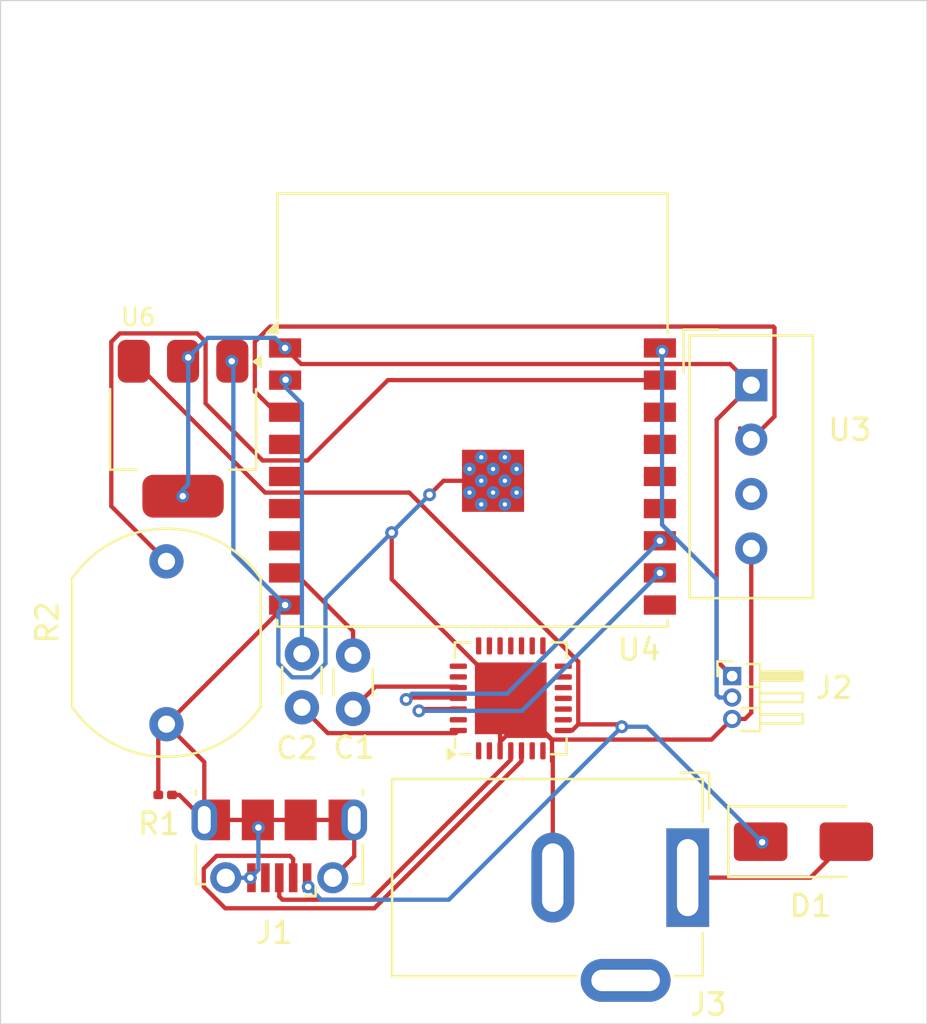
<source format=kicad_pcb>
(kicad_pcb (version 20240108) (generator "pcbnew") (generator_version "8.0")
  (layers (0 "F.Cu" signal) (31 "B.Cu" signal) (34 "B.Paste" user) (35 "F.Paste" user) (36 "B.SilkS" user "B.Silkscreen") (37 "F.SilkS" user "F.Silkscreen") (38 "B.Mask" user) (39 "F.Mask" user) (44 "Edge.Cuts" user))
  (net 0 "")
  (net 1 "Net-(U5-~{RTS})")
  (net 2 "Net-(U4-IO9)")
  (net 3 "Net-(U5-~{DTR})")
  (net 4 "Net-(U4-EN)")
  (net 5 "Net-(J2-Pin_1)")
  (net 6 "Net-(J1-GND)")
  (net 7 "Net-(J2-Pin_2)")
  (net 8 "Net-(U4-IO1)")
  (net 10 "Net-(U3-DATA)")
  (net 11 "Net-(U4-IO20{slash}RXD)")
  (net 21 "Net-(U4-IO21{slash}TXD)")
  (net 29 "Net-(D1-K)")
  (net 31 "Net-(J1-D+)")
  (net 45 "Net-(J1-D-)")
  (net 46 "Net-(D1-A)")
  (net 47 "Net-(R1-Pad1)")
  (footprint "Capacitor_THT:C_Disc_D3.0mm_W1.6mm_P2.50mm" (layer "F.Cu") (at 125.7808 86.3492 -90)
    (property "Reference" "C1" (hide yes))
    (property "Value" "0.1 uF" (hide yes))
    (fp_line (start 0.621 0.92) (end 1.879 0.92) (stroke (width 0.12)) (layer "F.SilkS"))
    (fp_line (start 0.621 -0.92) (end 1.879 -0.92) (stroke (width 0.12)) (layer "F.SilkS"))
    (fp_text user "${REFERENCE}" (at 4.3034 -0.0508 180) (layer "F.SilkS") (effects (font (thickness 0.15) (bold yes))))
    (pad "1" thru_hole circle (at 0 0 270) (size 1.6 1.6) (drill 0.8) (layers "*.Cu" "*.Mask") (net 2 "Net-(U4-IO9)"))
    (pad "2" thru_hole circle (at 2.5 0 270) (size 1.6 1.6) (drill 0.8) (layers "*.Cu" "*.Mask") (net 1 "Net-(U5-~{RTS})"))
  )
  (footprint "Connector_BarrelJack:BarrelJack_GCT_DCJ200-10-A_Horizontal" (layer "F.Cu") (at 141.4062 96.7238 -90)
    (property "Reference" "J3" (at 5.9176 -0.9608 180) (layer "F.SilkS"))
    (property "Value" "Jack-DC" (hide yes))
    (fp_line (start -4.6 13.8) (end -4.6 -0.7) (stroke (width 0.12)) (layer "F.SilkS"))
    (fp_line (start 4.6 13.8) (end -4.6 13.8) (stroke (width 0.12)) (layer "F.SilkS"))
    (fp_line (start 4.6 5.2) (end 4.6 13.8) (stroke (width 0.12)) (layer "F.SilkS"))
    (fp_line (start -4.6 -0.7) (end -2.6 -0.7) (stroke (width 0.12)) (layer "F.SilkS"))
    (fp_line (start 2.6 -0.7) (end 4.6 -0.7) (stroke (width 0.12)) (layer "F.SilkS"))
    (fp_line (start 4.6 -0.7) (end 4.6 0.6) (stroke (width 0.12)) (layer "F.SilkS"))
    (fp_line (start -4.9 -1) (end -4.9 0.3) (stroke (width 0.12)) (layer "F.SilkS"))
    (fp_line (start -3.2 -1) (end -4.9 -1) (stroke (width 0.12)) (layer "F.SilkS"))
    (pad "1" thru_hole rect (at 0 0 270) (size 4.6 2) (drill oval 3.6 1) (layers "*.Cu" "*.Mask") (net 46 "Net-(D1-A)"))
    (pad "2" thru_hole oval (at 0 6.3 270) (size 4.2 2) (drill oval 3.2 1) (layers "*.Cu" "*.Mask") (net 6 "Net-(J1-GND)"))
    (pad "3" thru_hole oval (at 4.8 2.9 270) (size 2 4.2) (drill oval 1 3.2) (layers "*.Cu" "*.Mask"))
  )
  (footprint "OptoDevice:R_LDR_10x8.5mm_P7.6mm_Vertical" (layer "F.Cu") (at 117.0686 81.9604 -90)
    (property "Reference" "R2" (hide yes))
    (property "Value" "LDR03" (hide yes))
    (fp_line (start 0.8 4.4) (end 6.8 4.4) (stroke (width 0.12)) (layer "F.SilkS"))
    (fp_line (start 0.8 -4.4) (end 6.8 -4.4) (stroke (width 0.12)) (layer "F.SilkS"))
    (fp_arc (start 0.8 4.4) (mid -1.525374 0.019809) (end 0.76735 -4.37756) (stroke (width 0.12)) (layer "F.SilkS"))
    (fp_arc (start 6.8 -4.4) (mid 9.125374 -0.019809) (end 6.83265 4.37756) (stroke (width 0.12)) (layer "F.SilkS"))
    (fp_text user "${REFERENCE}" (at 2.8502 5.5626 90) (layer "F.SilkS"))
    (pad "1" thru_hole circle (at 0 0 270) (size 1.6 1.6) (drill 0.8) (layers "*.Cu" "*.Mask") (net 8 "Net-(U4-IO1)"))
    (pad "2" thru_hole circle (at 7.6 0 270) (size 1.6 1.6) (drill 0.8) (layers "*.Cu" "*.Mask") (net 47 "Net-(R1-Pad1)"))
  )
  (footprint "Capacitor_THT:C_Disc_D3.0mm_W1.6mm_P2.50mm" (layer "F.Cu") (at 123.3932 88.773 90)
    (property "Reference" "C2" (at -1.905 -0.2286 180) (layer "F.SilkS"))
    (property "Value" "0.1 uF" (hide yes))
    (fp_line (start 0.621 -0.92) (end 1.879 -0.92) (stroke (width 0.12)) (layer "F.SilkS"))
    (fp_line (start 0.621 0.92) (end 1.879 0.92) (stroke (width 0.12)) (layer "F.SilkS"))
    (pad "1" thru_hole circle (at 0 0 90) (size 1.6 1.6) (drill 0.8) (layers "*.Cu" "*.Mask") (net 3 "Net-(U5-~{DTR})"))
    (pad "2" thru_hole circle (at 2.5 0 90) (size 1.6 1.6) (drill 0.8) (layers "*.Cu" "*.Mask") (net 4 "Net-(U4-EN)"))
  )
  (footprint "Package_DFN_QFN:QFN-28-1EP_5x5mm_P0.5mm_EP3.35x3.35mm" (layer "F.Cu") (at 133.1454 88.355 90)
    (property "Reference" "U5" (hide yes))
    (property "Value" "USB serial converter" (hide yes))
    (fp_line (start 2.61 -2.61) (end 2.61 -1.885) (stroke (width 0.12)) (layer "F.SilkS"))
    (fp_line (start 1.885 -2.61) (end 2.61 -2.61) (stroke (width 0.12)) (layer "F.SilkS"))
    (fp_line (start -1.885 -2.61) (end -2.31 -2.61) (stroke (width 0.12)) (layer "F.SilkS"))
    (fp_line (start -2.61 -1.885) (end -2.61 -2.37) (stroke (width 0.12)) (layer "F.SilkS"))
    (fp_line (start 2.61 2.61) (end 2.61 1.885) (stroke (width 0.12)) (layer "F.SilkS"))
    (fp_line (start 1.885 2.61) (end 2.61 2.61) (stroke (width 0.12)) (layer "F.SilkS"))
    (fp_line (start -1.885 2.61) (end -2.61 2.61) (stroke (width 0.12)) (layer "F.SilkS"))
    (fp_line (start -2.61 2.61) (end -2.61 1.885) (stroke (width 0.12)) (layer "F.SilkS"))
    (fp_poly (pts (xy -2.61 -2.61) (xy -2.85 -2.94) (xy -2.37 -2.94) (xy -2.61 -2.61)) (stroke (width 0.12)) (fill solid) (layer "F.SilkS"))
    (pad "1" smd roundrect (at -2.45 -1.5 90) (size 0.8 0.25) (layers "F.Cu" "F.Paste" "F.Mask"))
    (pad "2" smd roundrect (at -2.45 -1 90) (size 0.8 0.25) (layers "F.Cu" "F.Paste" "F.Mask"))
    (pad "3" smd roundrect (at -2.45 -0.5 90) (size 0.8 0.25) (layers "F.Cu" "F.Paste" "F.Mask") (net 6 "Net-(J1-GND)"))
    (pad "4" smd roundrect (at -2.45 0 90) (size 0.8 0.25) (layers "F.Cu" "F.Paste" "F.Mask") (net 31 "Net-(J1-D+)"))
    (pad "5" smd roundrect (at -2.45 0.5 90) (size 0.8 0.25) (layers "F.Cu" "F.Paste" "F.Mask") (net 45 "Net-(J1-D-)"))
    (pad "6" smd roundrect (at -2.45 1 90) (size 0.8 0.25) (layers "F.Cu" "F.Paste" "F.Mask"))
    (pad "7" smd roundrect (at -2.45 1.5 90) (size 0.8 0.25) (layers "F.Cu" "F.Paste" "F.Mask"))
    (pad "8" smd roundrect (at -1.5 2.45 90) (size 0.25 0.8) (layers "F.Cu" "F.Paste" "F.Mask") (net 29 "Net-(D1-K)"))
    (pad "9" smd roundrect (at -1 2.45 90) (size 0.25 0.8) (layers "F.Cu" "F.Paste" "F.Mask"))
    (pad "10" smd roundrect (at -0.5 2.45 90) (size 0.25 0.8) (layers "F.Cu" "F.Paste" "F.Mask"))
    (pad "11" smd roundrect (at 0 2.45 90) (size 0.25 0.8) (layers "F.Cu" "F.Paste" "F.Mask"))
    (pad "12" smd roundrect (at 0.5 2.45 90) (size 0.25 0.8) (layers "F.Cu" "F.Paste" "F.Mask"))
    (pad "13" smd roundrect (at 1 2.45 90) (size 0.25 0.8) (layers "F.Cu" "F.Paste" "F.Mask"))
    (pad "14" smd roundrect (at 1.5 2.45 90) (size 0.25 0.8) (layers "F.Cu" "F.Paste" "F.Mask"))
    (pad "15" smd roundrect (at 2.45 1.5 90) (size 0.8 0.25) (layers "F.Cu" "F.Paste" "F.Mask"))
    (pad "16" smd roundrect (at 2.45 1 90) (size 0.8 0.25) (layers "F.Cu" "F.Paste" "F.Mask"))
    (pad "17" smd roundrect (at 2.45 0.5 90) (size 0.8 0.25) (layers "F.Cu" "F.Paste" "F.Mask"))
    (pad "18" smd roundrect (at 2.45 0 90) (size 0.8 0.25) (layers "F.Cu" "F.Paste" "F.Mask"))
    (pad "19" smd roundrect (at 2.45 -0.5 90) (size 0.8 0.25) (layers "F.Cu" "F.Paste" "F.Mask"))
    (pad "20" smd roundrect (at 2.45 -1 90) (size 0.8 0.25) (layers "F.Cu" "F.Paste" "F.Mask"))
    (pad "21" smd roundrect (at 2.45 -1.5 90) (size 0.8 0.25) (layers "F.Cu" "F.Paste" "F.Mask"))
    (pad "22" smd roundrect (at 1.5 -2.45 90) (size 0.25 0.8) (layers "F.Cu" "F.Paste" "F.Mask"))
    (pad "23" smd roundrect (at 1 -2.45 90) (size 0.25 0.8) (layers "F.Cu" "F.Paste" "F.Mask"))
    (pad "24" smd roundrect (at 0.5 -2.45 90) (size 0.25 0.8) (layers "F.Cu" "F.Paste" "F.Mask") (net 1 "Net-(U5-~{RTS})"))
    (pad "25" smd roundrect (at 0 -2.45 90) (size 0.25 0.8) (layers "F.Cu" "F.Paste" "F.Mask") (net 21 "Net-(U4-IO21{slash}TXD)"))
    (pad "26" smd roundrect (at -0.5 -2.45 90) (size 0.25 0.8) (layers "F.Cu" "F.Paste" "F.Mask") (net 11 "Net-(U4-IO20{slash}RXD)"))
    (pad "27" smd roundrect (at -1 -2.45 90) (size 0.25 0.8) (layers "F.Cu" "F.Paste" "F.Mask"))
    (pad "28" smd roundrect (at -1.5 -2.45 90) (size 0.25 0.8) (layers "F.Cu" "F.Paste" "F.Mask") (net 3 "Net-(U5-~{DTR})"))
    (pad "29" smd rect (at 0 0 90) (size 3.35 3.35) (property pad_prop_heatsink) (layers "F.Cu" "F.Mask") (net 6 "Net-(J1-GND)"))
  )
  (footprint "Package_TO_SOT_SMD:SOT-223-3_TabPin2" (layer "F.Cu") (at 117.8439 75.7682 -90)
    (property "Reference" "U6" (hide yes))
    (property "Value" "3.3 regulator" (hide yes))
    (fp_line (start -1.85 3.41) (end 1.91 3.41) (stroke (width 0.12)) (layer "F.SilkS"))
    (fp_line (start 1.91 3.41) (end 1.91 2.15) (stroke (width 0.12)) (layer "F.SilkS"))
    (fp_line (start -1.85 -3.41) (end 1.91 -3.41) (stroke (width 0.12)) (layer "F.SilkS"))
    (fp_line (start 1.91 -3.41) (end 1.91 -2.15) (stroke (width 0.12)) (layer "F.SilkS"))
    (fp_poly (pts (xy -3.13 -3.31) (xy -3.37 -3.64) (xy -2.89 -3.64) (xy -3.13 -3.31)) (stroke (width 0.12)) (fill solid) (layer "F.SilkS"))
    (fp_text user "${REFERENCE}" (at -5.207 2.0961 0) (layer "F.SilkS") (effects (font (size 0.8 0.8) (thickness 0.12))))
    (pad "1" smd roundrect (at -3.15 -2.3 270) (size 2 1.5) (layers "F.Cu" "F.Paste" "F.Mask") (net 6 "Net-(J1-GND)"))
    (pad "2" smd roundrect (at -3.15 0 270) (size 2 1.5) (layers "F.Cu" "F.Paste" "F.Mask") (net 5 "Net-(J2-Pin_1)"))
    (pad "2" smd roundrect (at 3.15 0 270) (size 2 3.8) (layers "F.Cu" "F.Paste" "F.Mask") (net 5 "Net-(J2-Pin_1)"))
    (pad "3" smd roundrect (at -3.15 2.3 270) (size 2 1.5) (layers "F.Cu" "F.Paste" "F.Mask") (net 29 "Net-(D1-K)"))
  )
  (footprint "Resistor_SMD:R_0201_0603Metric" (layer "F.Cu") (at 117.0072 92.8624)
    (property "Reference" "R1" (at -0.2942 1.3462 0) (layer "F.SilkS"))
    (property "Value" "10K" (hide yes))
    (pad "1" smd roundrect (at -0.32 0) (size 0.46 0.4) (layers "F.Cu" "F.Mask") (net 47 "Net-(R1-Pad1)"))
    (pad "2" smd roundrect (at 0.32 0) (size 0.46 0.4) (layers "F.Cu" "F.Mask") (net 6 "Net-(J1-GND)"))
  )
  (footprint "Sensor:Aosong_DHT11_5.5x12.0_P2.54mm" (layer "F.Cu") (at 144.3736 73.7362)
    (property "Reference" "U3" (at 4.5974 2.0828 0) (layer "F.SilkS"))
    (property "Value" "Humidity and temperature sensor" (hide yes))
    (fp_line (start -3.16 -2.6) (end -3.16 -0.6) (stroke (width 0.12)) (layer "F.SilkS"))
    (fp_line (start -3.16 -2.6) (end -1.55 -2.6) (stroke (width 0.12)) (layer "F.SilkS"))
    (fp_line (start -2.88 9.94) (end -2.88 -2.31) (stroke (width 0.12)) (layer "F.SilkS"))
    (fp_line (start -2.87 -2.32) (end 2.87 -2.32) (stroke (width 0.12)) (layer "F.SilkS"))
    (fp_line (start 2.88 -2.32) (end 2.88 9.94) (stroke (width 0.12)) (layer "F.SilkS"))
    (fp_line (start 2.88 9.94) (end -2.88 9.94) (stroke (width 0.12)) (layer "F.SilkS"))
    (pad "1" thru_hole rect (at 0 0) (size 1.5 1.5) (drill 0.8) (layers "*.Cu" "*.Mask") (net 5 "Net-(J2-Pin_1)"))
    (pad "2" thru_hole circle (at 0 2.54) (size 1.5 1.5) (drill 0.8) (layers "*.Cu" "*.Mask") (net 10 "Net-(U3-DATA)"))
    (pad "3" thru_hole circle (at 0 5.08) (size 1.5 1.5) (drill 0.8) (layers "*.Cu" "*.Mask"))
    (pad "4" thru_hole circle (at 0 7.62) (size 1.5 1.5) (drill 0.8) (layers "*.Cu" "*.Mask") (net 6 "Net-(J1-GND)"))
  )
  (footprint "Connector_PinHeader_1.00mm:PinHeader_1x03_P1.00mm_Horizontal" (layer "F.Cu") (at 143.4812 87.3158)
    (property "Reference" "J2" (at 4.7532 0.5428 0) (layer "F.SilkS"))
    (property "Value" "soil probe")
    (fp_line (start -0.685 -0.685) (end 0 -0.685) (stroke (width 0.12)) (layer "F.SilkS"))
    (fp_line (start -0.685 0) (end -0.685 -0.685) (stroke (width 0.12)) (layer "F.SilkS"))
    (fp_line (start 0.468215 1.5) (end 1.31 1.5) (stroke (width 0.12)) (layer "F.SilkS"))
    (fp_line (start 0.685 -0.56) (end 1.31 -0.56) (stroke (width 0.12)) (layer "F.SilkS"))
    (fp_line (start 0.685 0.5) (end 1.31 0.5) (stroke (width 0.12)) (layer "F.SilkS"))
    (fp_line (start 1.31 -0.56) (end 1.31 2.56) (stroke (width 0.12)) (layer "F.SilkS"))
    (fp_line (start 1.31 -0.21) (end 3.31 -0.21) (stroke (width 0.12)) (layer "F.SilkS"))
    (fp_line (start 1.31 -0.15) (end 3.31 -0.15) (stroke (width 0.12)) (layer "F.SilkS"))
    (fp_line (start 1.31 -0.03) (end 3.31 -0.03) (stroke (width 0.12)) (layer "F.SilkS"))
    (fp_line (start 1.31 0.09) (end 3.31 0.09) (stroke (width 0.12)) (layer "F.SilkS"))
    (fp_line (start 1.31 0.79) (end 3.31 0.79) (stroke (width 0.12)) (layer "F.SilkS"))
    (fp_line (start 1.31 1.79) (end 3.31 1.79) (stroke (width 0.12)) (layer "F.SilkS"))
    (fp_line (start 1.31 2.56) (end 0.394493 2.56) (stroke (width 0.12)) (layer "F.SilkS"))
    (fp_line (start 3.31 -0.21) (end 3.31 0.21) (stroke (width 0.12)) (layer "F.SilkS"))
    (fp_line (start 3.31 0.21) (end 1.31 0.21) (stroke (width 0.12)) (layer "F.SilkS"))
    (fp_line (start 3.31 0.79) (end 3.31 1.21) (stroke (width 0.12)) (layer "F.SilkS"))
    (fp_line (start 3.31 1.21) (end 1.31 1.21) (stroke (width 0.12)) (layer "F.SilkS"))
    (fp_line (start 3.31 1.79) (end 3.31 2.21) (stroke (width 0.12)) (layer "F.SilkS"))
    (fp_line (start 3.31 2.21) (end 1.31 2.21) (stroke (width 0.12)) (layer "F.SilkS"))
    (pad "1" thru_hole rect (at 0 0) (size 0.85 0.85) (drill 0.5) (layers "*.Cu" "*.Mask") (net 5 "Net-(J2-Pin_1)"))
    (pad "2" thru_hole oval (at 0 1) (size 0.85 0.85) (drill 0.5) (layers "*.Cu" "*.Mask") (net 7 "Net-(J2-Pin_2)"))
    (pad "3" thru_hole oval (at 0 2) (size 0.85 0.85) (drill 0.5) (layers "*.Cu" "*.Mask") (net 6 "Net-(J1-GND)"))
  )
  (footprint "Diode_SMD:D_SMA" (layer "F.Cu") (at 146.812 95.0468)
    (property "Reference" "D1" (at 0.3302 2.9972 0) (layer "F.SilkS"))
    (property "Value" "D_Schottky" (hide yes))
    (fp_line (start -3.51 -1.65) (end -3.51 1.65) (stroke (width 0.12)) (layer "F.SilkS"))
    (fp_line (start -3.51 -1.65) (end 2 -1.65) (stroke (width 0.12)) (layer "F.SilkS"))
    (fp_line (start -3.51 1.65) (end 2 1.65) (stroke (width 0.12)) (layer "F.SilkS"))
    (pad "1" smd roundrect (at -2 0) (size 2.5 1.8) (layers "F.Cu" "F.Paste" "F.Mask") (roundrect_rratio 0.1388888889) (net 29 "Net-(D1-K)"))
    (pad "2" smd roundrect (at 2 0) (size 2.5 1.8) (layers "F.Cu" "F.Paste" "F.Mask") (roundrect_rratio 0.1388888889) (net 46 "Net-(D1-A)"))
  )
  (footprint "RF_Module:ESP32-C3-WROOM-02" (layer "F.Cu") (at 131.3576 77.9986)
    (property "Reference" "U4" (at 7.7836 8.082 180) (layer "F.SilkS"))
    (property "Value" "ESP32-C3-WROOM-02" (hide yes))
    (fp_line (start -9.11 -13.21) (end -9.11 -7.4) (stroke (width 0.12)) (layer "F.SilkS"))
    (fp_line (start -9.11 -13.21) (end 9.11 -13.21) (stroke (width 0.12)) (layer "F.SilkS"))
    (fp_line (start -9.11 6.71) (end -9.11 7.01) (stroke (width 0.12)) (layer "F.SilkS"))
    (fp_line (start -9.11 7.01) (end 9.11 7.01) (stroke (width 0.12)) (layer "F.SilkS"))
    (fp_line (start 9.11 -13.21) (end 9.11 -6.71) (stroke (width 0.12)) (layer "F.SilkS"))
    (fp_line (start 9.11 6.71) (end 9.11 7.01) (stroke (width 0.12)) (layer "F.SilkS"))
    (fp_poly (pts (xy -9.1 -6.7) (xy -9.6 -6.7) (xy -9.1 -7.2) (xy -9.1 -6.7)) (stroke (width 0.12)) (fill solid) (layer "F.SilkS"))
    (pad "1" smd rect (at -8.75 -6) (size 1.5 0.9) (layers "F.Cu" "F.Paste" "F.Mask") (net 5 "Net-(J2-Pin_1)"))
    (pad "2" smd rect (at -8.75 -4.5) (size 1.5 0.9) (layers "F.Cu" "F.Paste" "F.Mask") (net 4 "Net-(U4-EN)"))
    (pad "3" smd rect (at -8.75 -3) (size 1.5 0.9) (layers "F.Cu" "F.Paste" "F.Mask") (net 10 "Net-(U3-DATA)"))
    (pad "4" smd rect (at -8.75 -1.5) (size 1.5 0.9) (layers "F.Cu" "F.Paste" "F.Mask"))
    (pad "5" smd rect (at -8.75 0) (size 1.5 0.9) (layers "F.Cu" "F.Paste" "F.Mask"))
    (pad "6" smd rect (at -8.75 1.5) (size 1.5 0.9) (layers "F.Cu" "F.Paste" "F.Mask"))
    (pad "7" smd rect (at -8.75 3) (size 1.5 0.9) (layers "F.Cu" "F.Paste" "F.Mask"))
    (pad "8" smd rect (at -8.75 4.5) (size 1.5 0.9) (layers "F.Cu" "F.Paste" "F.Mask") (net 2 "Net-(U4-IO9)"))
    (pad "9" smd rect (at -8.75 6) (size 1.5 0.9) (layers "F.Cu" "F.Paste" "F.Mask") (net 6 "Net-(J1-GND)"))
    (pad "10" smd rect (at 8.75 6) (size 1.5 0.9) (layers "F.Cu" "F.Paste" "F.Mask"))
    (pad "11" smd rect (at 8.75 4.5) (size 1.5 0.9) (layers "F.Cu" "F.Paste" "F.Mask") (net 11 "Net-(U4-IO20{slash}RXD)"))
    (pad "12" smd rect (at 8.75 3) (size 1.5 0.9) (layers "F.Cu" "F.Paste" "F.Mask") (net 21 "Net-(U4-IO21{slash}TXD)"))
    (pad "13" smd rect (at 8.75 1.5) (size 1.5 0.9) (layers "F.Cu" "F.Paste" "F.Mask"))
    (pad "14" smd rect (at 8.75 0) (size 1.5 0.9) (layers "F.Cu" "F.Paste" "F.Mask"))
    (pad "15" smd rect (at 8.75 -1.5) (size 1.5 0.9) (layers "F.Cu" "F.Paste" "F.Mask"))
    (pad "16" smd rect (at 8.75 -3) (size 1.5 0.9) (layers "F.Cu" "F.Paste" "F.Mask"))
    (pad "17" smd rect (at 8.75 -4.5) (size 1.5 0.9) (layers "F.Cu" "F.Paste" "F.Mask") (net 8 "Net-(U4-IO1)"))
    (pad "18" smd rect (at 8.75 -6) (size 1.5 0.9) (layers "F.Cu" "F.Paste" "F.Mask") (net 7 "Net-(J2-Pin_2)"))
    (pad "19" thru_hole circle (at -0.14 -0.35) (size 0.6 0.6) (drill 0.2) (property pad_prop_heatsink) (layers "*.Cu" "F.Mask") (net 6 "Net-(J1-GND)"))
    (pad "19" thru_hole circle (at -0.14 0.75) (size 0.6 0.6) (drill 0.2) (property pad_prop_heatsink) (layers "*.Cu" "F.Mask") (net 6 "Net-(J1-GND)"))
    (pad "19" thru_hole circle (at 0.41 -0.9) (size 0.6 0.6) (drill 0.2) (property pad_prop_heatsink) (layers "*.Cu" "F.Mask") (net 6 "Net-(J1-GND)"))
    (pad "19" thru_hole circle (at 0.41 0.2) (size 0.6 0.6) (drill 0.2) (property pad_prop_heatsink) (layers "*.Cu" "F.Mask") (net 6 "Net-(J1-GND)"))
    (pad "19" thru_hole circle (at 0.41 1.3) (size 0.6 0.6) (drill 0.2) (property pad_prop_heatsink) (layers "*.Cu" "F.Mask") (net 6 "Net-(J1-GND)"))
    (pad "19" thru_hole circle (at 0.96 -0.35) (size 0.6 0.6) (drill 0.2) (property pad_prop_heatsink) (layers "*.Cu" "F.Mask") (net 6 "Net-(J1-GND)"))
    (pad "19" smd rect (at 0.96 0.2) (size 2.9 2.9) (layers "F.Cu" "F.Mask") (net 6 "Net-(J1-GND)"))
    (pad "19" thru_hole circle (at 0.96 0.75) (size 0.6 0.6) (drill 0.2) (property pad_prop_heatsink) (layers "*.Cu" "F.Mask") (net 6 "Net-(J1-GND)"))
    (pad "19" thru_hole circle (at 1.51 -0.9) (size 0.6 0.6) (drill 0.2) (property pad_prop_heatsink) (layers "*.Cu" "F.Mask") (net 6 "Net-(J1-GND)"))
    (pad "19" thru_hole circle (at 1.51 0.2) (size 0.6 0.6) (drill 0.2) (property pad_prop_heatsink) (layers "*.Cu" "F.Mask") (net 6 "Net-(J1-GND)"))
    (pad "19" thru_hole circle (at 1.51 1.3) (size 0.6 0.6) (drill 0.2) (property pad_prop_heatsink) (layers "*.Cu" "F.Mask") (net 6 "Net-(J1-GND)"))
    (pad "19" thru_hole circle (at 2.06 -0.35) (size 0.6 0.6) (drill 0.2) (property pad_prop_heatsink) (layers "*.Cu" "F.Mask") (net 6 "Net-(J1-GND)"))
    (pad "19" thru_hole circle (at 2.06 0.75) (size 0.6 0.6) (drill 0.2) (property pad_prop_heatsink) (layers "*.Cu" "F.Mask") (net 6 "Net-(J1-GND)"))
  )
  (footprint "Connector_USB:USB_Micro-B_Molex-105017-0001" (layer "F.Cu") (at 122.3358 95.2683 180)
    (property "Reference" "J1" (at 0.238 -4.0203 0) (layer "F.SilkS"))
    (property "Value" "USB_B_Micro" (hide yes))
    (fp_line (start 3.9 2.6375) (end 3.9 2.3875) (stroke (width 0.12)) (layer "F.SilkS"))
    (fp_line (start 3.9 0.0875) (end 3.9 -1.7625) (stroke (width 0.12)) (layer "F.SilkS"))
    (fp_line (start 3.9 -1.7625) (end 3.45 -1.7625) (stroke (width 0.12)) (layer "F.SilkS"))
    (fp_line (start -1.7 -2.3125) (end -1.25 -2.3125) (stroke (width 0.12)) (layer "F.SilkS"))
    (fp_line (start -1.7 -2.3125) (end -1.7 -1.8625) (stroke (width 0.12)) (layer "F.SilkS"))
    (fp_line (start -3.9 2.6375) (end -3.9 2.3875) (stroke (width 0.12)) (layer "F.SilkS"))
    (fp_line (start -3.9 0.0875) (end -3.9 -1.7625) (stroke (width 0.12)) (layer "F.SilkS"))
    (fp_line (start -3.9 -1.7625) (end -3.45 -1.7625) (stroke (width 0.12)) (layer "F.SilkS"))
    (pad "1" smd rect (at -1.3 -1.4625 180) (size 0.4 1.35) (layers "F.Cu" "F.Paste" "F.Mask") (net 29 "Net-(D1-K)"))
    (pad "2" smd rect (at -0.65 -1.4625 180) (size 0.4 1.35) (layers "F.Cu" "F.Paste" "F.Mask") (net 45 "Net-(J1-D-)"))
    (pad "3" smd rect (at 0 -1.4625 180) (size 0.4 1.35) (layers "F.Cu" "F.Paste" "F.Mask") (net 31 "Net-(J1-D+)"))
    (pad "4" smd rect (at 0.65 -1.4625 180) (size 0.4 1.35) (layers "F.Cu" "F.Paste" "F.Mask"))
    (pad "5" smd rect (at 1.3 -1.4625 180) (size 0.4 1.35) (layers "F.Cu" "F.Paste" "F.Mask") (net 6 "Net-(J1-GND)"))
    (pad "6" thru_hole oval (at -3.5 1.2375) (size 1.2 1.9) (drill oval 0.6 1.3) (layers "*.Cu" "*.Mask") (net 6 "Net-(J1-GND)"))
    (pad "6" smd rect (at -2.9 1.2375 180) (size 1.2 1.9) (layers "F.Cu" "F.Mask") (net 6 "Net-(J1-GND)"))
    (pad "6" thru_hole circle (at -2.5 -1.4625 180) (size 1.45 1.45) (drill 0.85) (layers "*.Cu" "*.Mask") (net 6 "Net-(J1-GND)"))
    (pad "6" smd rect (at -1 1.2375 180) (size 1.5 1.9) (layers "F.Cu" "F.Paste" "F.Mask") (net 6 "Net-(J1-GND)"))
    (pad "6" smd rect (at 1 1.2375 180) (size 1.5 1.9) (layers "F.Cu" "F.Paste" "F.Mask") (net 6 "Net-(J1-GND)"))
    (pad "6" thru_hole circle (at 2.5 -1.4625 180) (size 1.45 1.45) (drill 0.85) (layers "*.Cu" "*.Mask") (net 6 "Net-(J1-GND)"))
    (pad "6" smd rect (at 2.9 1.2375 180) (size 1.2 1.9) (layers "F.Cu" "F.Mask") (net 6 "Net-(J1-GND)"))
    (pad "6" thru_hole oval (at 3.5 1.2375 180) (size 1.2 1.9) (drill oval 0.6 1.3) (layers "*.Cu" "*.Mask") (net 6 "Net-(J1-GND)"))
  )
  (gr_rect (start 109.3216 55.7784) (end 152.5778 103.5558) (stroke (width 0.05)) (fill none) (layer "Edge.Cuts"))
  (segment (start 130.6482 87.8078) (end 126.8222 87.8078) (width 0.2) (layer "F.Cu") (net 1))
  (segment (start 130.6954 87.855) (end 130.6482 87.8078) (width 0.2) (layer "F.Cu") (net 1))
  (segment (start 126.8222 87.8078) (end 125.7808 88.8492) (width 0.2) (layer "F.Cu") (net 1))
  (segment (start 123.06157 82.4986) (end 122.6076 82.4986) (width 0.2) (layer "F.Cu") (net 2))
  (segment (start 125.7808 85.21783) (end 123.06157 82.4986) (width 0.2) (layer "F.Cu") (net 2))
  (segment (start 125.7808 86.3492) (end 125.7808 85.21783) (width 0.2) (layer "F.Cu") (net 2))
  (segment (start 130.5704 89.98) (end 124.6002 89.98) (width 0.2) (layer "F.Cu") (net 3))
  (segment (start 124.6002 89.98) (end 123.3932 88.773) (width 0.2) (layer "F.Cu") (net 3))
  (segment (start 130.6954 89.855) (end 130.5704 89.98) (width 0.2) (layer "F.Cu") (net 3))
  (segment (start 122.6148 73.4986) (end 122.6312 73.4822) (width 0.2) (layer "F.Cu") (net 4))
  (segment (start 122.6076 73.4986) (end 122.6148 73.4986) (width 0.2) (layer "F.Cu") (net 4))
  (via (at 122.6312 73.4822) (size 0.6) (drill 0.3) (layers "F.Cu" "B.Cu") (net 4))
  (segment (start 122.6312 73.4822) (end 122.6312 73.8378) (width 0.2) (layer "B.Cu") (net 4))
  (segment (start 123.3932 74.5998) (end 123.3932 86.273) (width 0.2) (layer "B.Cu") (net 4))
  (segment (start 122.6312 73.8378) (end 123.3932 74.5998) (width 0.2) (layer "B.Cu") (net 4))
  (segment (start 122.407 71.798) (end 122.6076 71.9986) (width 0.2) (layer "F.Cu") (net 5))
  (segment (start 142.7562 86.5908) (end 143.4812 87.3158) (width 0.2) (layer "F.Cu") (net 5))
  (segment (start 117.9072 72.6182) (end 118.0846 72.4408) (width 0.2) (layer "F.Cu") (net 5))
  (segment (start 122.159 71.9986) (end 122.6076 71.9986) (width 0.2) (layer "F.Cu") (net 5))
  (segment (start 117.8439 78.9182) (end 117.831 78.9182) (width 0.2) (layer "F.Cu") (net 5))
  (segment (start 117.8439 72.6182) (end 117.9072 72.6182) (width 0.2) (layer "F.Cu") (net 5))
  (segment (start 123.3576 72.7486) (end 143.386 72.7486) (width 0.2) (layer "F.Cu") (net 5))
  (segment (start 117.831 78.9182) (end 117.8306 78.9178) (width 0.2) (layer "F.Cu") (net 5))
  (segment (start 142.7562 75.3536) (end 142.7562 86.5908) (width 0.2) (layer "F.Cu") (net 5))
  (segment (start 122.6076 71.9986) (end 123.3576 72.7486) (width 0.2) (layer "F.Cu") (net 5))
  (segment (start 144.3736 73.7362) (end 142.7562 75.3536) (width 0.2) (layer "F.Cu") (net 5))
  (segment (start 143.386 72.7486) (end 144.3736 73.7362) (width 0.2) (layer "F.Cu") (net 5))
  (via (at 118.0846 72.4408) (size 0.6) (drill 0.3) (layers "F.Cu" "B.Cu") (net 5))
  (via (at 117.8306 78.9178) (size 0.6) (drill 0.3) (layers "F.Cu" "B.Cu") (net 5))
  (via (at 122.6076 71.9986) (size 0.6) (drill 0.3) (layers "F.Cu" "B.Cu") (net 5))
  (segment (start 118.0846 78.359) (end 118.0846 72.4408) (width 0.2) (layer "B.Cu") (net 5))
  (segment (start 118.999 71.5264) (end 122.1354 71.5264) (width 0.2) (layer "B.Cu") (net 5))
  (segment (start 118.0846 72.4408) (end 118.999 71.5264) (width 0.2) (layer "B.Cu") (net 5))
  (segment (start 122.1354 71.5264) (end 122.6076 71.9986) (width 0.2) (layer "B.Cu") (net 5))
  (segment (start 117.8306 78.9178) (end 117.8306 78.613) (width 0.2) (layer "B.Cu") (net 5))
  (segment (start 117.8306 78.613) (end 118.0846 78.359) (width 0.2) (layer "B.Cu") (net 5))
  (segment (start 132.931014 90.105) (end 132.6454 90.390614) (width 0.2) (layer "F.Cu") (net 6))
  (segment (start 132.3176 78.7486) (end 132.3176 78.1986) (width 0.2) (layer "F.Cu") (net 6))
  (segment (start 135.0704 90.28) (end 142.517 90.28) (width 0.2) (layer "F.Cu") (net 6))
  (segment (start 121.0056 94.0308) (end 119.4358 94.0308) (width 0.2) (layer "F.Cu") (net 6))
  (segment (start 134.859786 90.105) (end 132.931014 90.105) (width 0.2) (layer "F.Cu") (net 6))
  (segment (start 125.8358 94.0308) (end 121.3358 94.0308) (width 0.2) (layer "F.Cu") (net 6))
  (segment (start 132.6454 90.390614) (end 132.6454 90.805) (width 0.2) (layer "F.Cu") (net 6))
  (segment (start 135.0704 90.28) (end 127.5842 82.7938) (width 0.2) (layer "F.Cu") (net 6))
  (segment (start 135.0704 90.9066) (end 135.0704 90.315614) (width 0.2) (layer "F.Cu") (net 6))
  (segment (start 117.3272 92.8624) (end 117.6674 92.8624) (width 0.2) (layer "F.Cu") (net 6))
  (segment (start 122.4288 83.9986) (end 122.6076 83.9986) (width 0.2) (layer "F.Cu") (net 6))
  (segment (start 144.3736 81.3562) (end 143.9812 81.7486) (width 0.2) (layer "F.Cu") (net 6))
  (segment (start 122.6076 83.9986) (end 122.3076 83.9986) (width 0.2) (layer "F.Cu") (net 6))
  (segment (start 127.5842 82.7938) (end 127.5842 80.6196) (width 0.2) (layer "F.Cu") (net 6))
  (segment (start 144.3736 89.02444) (end 144.08224 89.3158) (width 0.2) (layer "F.Cu") (net 6))
  (segment (start 120.117 72.6182) (end 120.1166 72.6186) (width 0.2) (layer "F.Cu") (net 6))
  (segment (start 122.6076 84.0214) (end 122.6076 83.9986) (width 0.2) (layer "F.Cu") (net 6))
  (segment (start 120.1439 72.6182) (end 120.117 72.6182) (width 0.2) (layer "F.Cu") (net 6))
  (segment (start 118.8358 91.3276) (end 117.0686 89.5604) (width 0.2) (layer "F.Cu") (net 6))
  (segment (start 133.284 89.8296) (end 132.8268 89.8296) (width 0.2) (layer "F.Cu") (net 6))
  (segment (start 130.0052 78.1986) (end 129.353558 78.850242) (width 0.2) (layer "F.Cu") (net 6))
  (segment (start 121.3358 94.361) (end 121.3612 94.3864) (width 0.2) (layer "F.Cu") (net 6))
  (segment (start 133.1454 88.355) (end 133.1454 88.319386) (width 0.2) (layer "F.Cu") (net 6))
  (segment (start 133.1454 88.355) (end 135.0704 90.28) (width 0.2) (layer "F.Cu") (net 6))
  (segment (start 132.6454 88.855) (end 133.1454 88.355) (width 0.2) (layer "F.Cu") (net 6))
  (segment (start 117.0686 89.5604) (end 122.6076 84.0214) (width 0.2) (layer "F.Cu") (net 6))
  (segment (start 121.3612 94.3864) (end 121.0056 94.0308) (width 0.2) (layer "F.Cu") (net 6))
  (segment (start 132.3176 78.1986) (end 130.0052 78.1986) (width 0.2) (layer "F.Cu") (net 6))
  (segment (start 135.0704 90.315614) (end 134.859786 90.105) (width 0.2) (layer "F.Cu") (net 6))
  (segment (start 135.1062 90.9424) (end 135.0704 90.9066) (width 0.2) (layer "F.Cu") (net 6))
  (segment (start 132.6454 90.805) (end 132.6454 88.855) (width 0.2) (layer "F.Cu") (net 6))
  (segment (start 118.8358 94.0308) (end 118.8358 91.3276) (width 0.2) (layer "F.Cu") (net 6))
  (segment (start 144.3736 81.3562) (end 144.3736 89.02444) (width 0.2) (layer "F.Cu") (net 6))
  (segment (start 135.0704 91.294386) (end 135.0704 90.9066) (width 0.2) (layer "F.Cu") (net 6))
  (segment (start 125.8358 95.7308) (end 124.8358 96.7308) (width 0.2) (layer "F.Cu") (net 6))
  (segment (start 142.517 90.28) (end 143.4812 89.3158) (width 0.2) (layer "F.Cu") (net 6))
  (segment (start 121.3358 94.0308) (end 121.3358 94.361) (width 0.2) (layer "F.Cu") (net 6))
  (segment (start 144.08224 89.3158) (end 143.4812 89.3158) (width 0.2) (layer "F.Cu") (net 6))
  (segment (start 135.1062 96.7238) (end 135.1062 90.9424) (width 0.2) (layer "F.Cu") (net 6))
  (segment (start 125.8358 94.0308) (end 125.8358 95.7308) (width 0.2) (layer "F.Cu") (net 6))
  (segment (start 133.5268 89.5868) (end 133.284 89.8296) (width 0.2) (layer "F.Cu") (net 6))
  (segment (start 117.6674 92.8624) (end 118.8358 94.0308) (width 0.2) (layer "F.Cu") (net 6))
  (via (at 127.5842 80.6196) (size 0.6) (drill 0.3) (layers "F.Cu" "B.Cu") (net 6))
  (via (at 120.985798 96.7308) (size 0.6) (drill 0.3) (layers "F.Cu" "B.Cu") (net 6))
  (via (at 121.3612 94.3864) (size 0.6) (drill 0.3) (layers "F.Cu" "B.Cu") (net 6))
  (via (at 120.1166 72.6186) (size 0.6) (drill 0.3) (layers "F.Cu" "B.Cu") (net 6))
  (via (at 122.6076 83.9986) (size 0.6) (drill 0.3) (layers "F.Cu" "B.Cu") (net 6))
  (via (at 129.353558 78.850242) (size 0.6) (drill 0.3) (layers "F.Cu" "B.Cu") (net 6))
  (segment (start 120.1166 72.6186) (end 120.1928 72.6948) (width 0.2) (layer "B.Cu") (net 6))
  (segment (start 123.848835 87.373) (end 122.937565 87.373) (width 0.2) (layer "B.Cu") (net 6))
  (segment (start 120.1928 72.6948) (end 120.1928 81.5838) (width 0.2) (layer "B.Cu") (net 6))
  (segment (start 120.1928 81.5838) (end 122.6076 83.9986) (width 0.2) (layer "B.Cu") (net 6))
  (segment (start 119.8358 96.7308) (end 120.985798 96.7308) (width 0.2) (layer "B.Cu") (net 6))
  (segment (start 124.4932 83.7106) (end 124.4932 86.728635) (width 0.2) (layer "B.Cu") (net 6))
  (segment (start 121.3612 94.3864) (end 121.3612 96.355398) (width 0.2) (layer "B.Cu") (net 6))
  (segment (start 129.353558 78.850242) (end 127.5842 80.6196) (width 0.2) (layer "B.Cu") (net 6))
  (segment (start 122.937565 87.373) (end 122.2932 86.728635) (width 0.2) (layer "B.Cu") (net 6))
  (segment (start 124.4932 86.728635) (end 123.848835 87.373) (width 0.2) (layer "B.Cu") (net 6))
  (segment (start 127.5842 80.6196) (end 124.4932 83.7106) (width 0.2) (layer "B.Cu") (net 6))
  (segment (start 122.2932 84.313) (end 122.6076 83.9986) (width 0.2) (layer "B.Cu") (net 6))
  (segment (start 121.3612 96.355398) (end 120.985798 96.7308) (width 0.2) (layer "B.Cu") (net 6))
  (segment (start 122.2932 86.728635) (end 122.2932 84.313) (width 0.2) (layer "B.Cu") (net 6))
  (segment (start 140.1076 72.0482) (end 140.208 72.1486) (width 0.2) (layer "F.Cu") (net 7))
  (segment (start 140.1076 71.9986) (end 140.1076 72.0482) (width 0.2) (layer "F.Cu") (net 7))
  (via (at 140.208 72.1486) (size 0.6) (drill 0.3) (layers "F.Cu" "B.Cu") (net 7))
  (segment (start 142.7562 88.19184) (end 142.88016 88.3158) (width 0.2) (layer "B.Cu") (net 7))
  (segment (start 140.208 72.1486) (end 140.208 80.250471) (width 0.2) (layer "B.Cu") (net 7))
  (segment (start 142.88016 88.3158) (end 143.4812 88.3158) (width 0.2) (layer "B.Cu") (net 7))
  (segment (start 142.7562 82.798671) (end 142.7562 88.19184) (width 0.2) (layer "B.Cu") (net 7))
  (segment (start 140.208 80.250471) (end 142.7562 82.798671) (width 0.2) (layer "B.Cu") (net 7))
  (segment (start 118.498494 71.3182) (end 118.8939 71.713606) (width 0.2) (layer "F.Cu") (net 8))
  (segment (start 127.4076 73.4986) (end 140.1076 73.4986) (width 0.2) (layer "F.Cu") (net 8))
  (segment (start 118.8939 71.713606) (end 118.8939 74.5849) (width 0.2) (layer "F.Cu") (net 8))
  (segment (start 117.0686 81.9604) (end 114.4939 79.3857) (width 0.2) (layer "F.Cu") (net 8))
  (segment (start 118.8939 74.5849) (end 121.5576 77.2486) (width 0.2) (layer "F.Cu") (net 8))
  (segment (start 121.5576 77.2486) (end 123.6576 77.2486) (width 0.2) (layer "F.Cu") (net 8))
  (segment (start 114.889306 71.3182) (end 118.498494 71.3182) (width 0.2) (layer "F.Cu") (net 8))
  (segment (start 114.4939 79.3857) (end 114.4939 71.713606) (width 0.2) (layer "F.Cu") (net 8))
  (segment (start 123.6576 77.2486) (end 127.4076 73.4986) (width 0.2) (layer "F.Cu") (net 8))
  (segment (start 114.4939 71.713606) (end 114.889306 71.3182) (width 0.2) (layer "F.Cu") (net 8))
  (segment (start 145.4576 71.057178) (end 145.399022 70.9986) (width 0.2) (layer "F.Cu") (net 10))
  (segment (start 144.3736 76.2762) (end 143.846 75.7486) (width 0.2) (layer "F.Cu") (net 10))
  (segment (start 121.1939 74.0261) (end 122.1664 74.9986) (width 0.2) (layer "F.Cu") (net 10))
  (segment (start 145.399022 70.9986) (end 121.908906 70.9986) (width 0.2) (layer "F.Cu") (net 10))
  (segment (start 122.1664 74.9986) (end 122.6076 74.9986) (width 0.2) (layer "F.Cu") (net 10))
  (segment (start 144.3736 76.2762) (end 145.4576 75.1922) (width 0.2) (layer "F.Cu") (net 10))
  (segment (start 121.1939 71.713606) (end 121.1939 74.0261) (width 0.2) (layer "F.Cu") (net 10))
  (segment (start 145.4576 75.1922) (end 145.4576 71.057178) (width 0.2) (layer "F.Cu") (net 10))
  (segment (start 121.908906 70.9986) (end 121.1939 71.713606) (width 0.2) (layer "F.Cu") (net 10))
  (segment (start 130.6954 88.855) (end 128.86 88.855) (width 0.2) (layer "F.Cu") (net 11))
  (segment (start 128.86 88.855) (end 128.857237 88.857763) (width 0.2) (layer "F.Cu") (net 11))
  (segment (start 140.1076 82.4986) (end 140.4076 82.4986) (width 0.2) (layer "F.Cu") (net 11))
  (segment (start 128.857237 88.857763) (end 128.857237 88.937923) (width 0.2) (layer "F.Cu") (net 11))
  (via (at 128.857237 88.937923) (size 0.6) (drill 0.3) (layers "F.Cu" "B.Cu") (net 11))
  (via (at 140.1076 82.4986) (size 0.6) (drill 0.3) (layers "F.Cu" "B.Cu") (net 11))
  (segment (start 133.668277 88.937923) (end 140.1076 82.4986) (width 0.2) (layer "B.Cu") (net 11))
  (segment (start 128.857237 88.937923) (end 133.668277 88.937923) (width 0.2) (layer "B.Cu") (net 11))
  (segment (start 130.6562 88.3158) (end 128.905 88.3158) (width 0.2) (layer "F.Cu") (net 21))
  (segment (start 140.1076 80.9986) (end 140.4076 80.9986) (width 0.2) (layer "F.Cu") (net 21))
  (segment (start 130.6954 88.355) (end 130.6562 88.3158) (width 0.2) (layer "F.Cu") (net 21))
  (segment (start 128.350093 88.3158) (end 128.258094 88.407799) (width 0.2) (layer "F.Cu") (net 21))
  (segment (start 128.905 88.3158) (end 128.350093 88.3158) (width 0.2) (layer "F.Cu") (net 21))
  (segment (start 128.905 88.3158) (end 129.0066 88.3158) (width 0.2) (layer "F.Cu") (net 21))
  (via (at 140.1076 80.9986) (size 0.6) (drill 0.3) (layers "F.Cu" "B.Cu") (net 21))
  (via (at 128.258094 88.407799) (size 0.6) (drill 0.3) (layers "F.Cu" "B.Cu") (net 21))
  (segment (start 128.258094 88.407799) (end 128.527893 88.138) (width 0.2) (layer "B.Cu") (net 21))
  (segment (start 132.9682 88.138) (end 140.1076 80.9986) (width 0.2) (layer "B.Cu") (net 21))
  (segment (start 128.527893 88.138) (end 132.9682 88.138) (width 0.2) (layer "B.Cu") (net 21))
  (segment (start 144.812 95.0468) (end 144.8562 95.0468) (width 0.2) (layer "F.Cu") (net 29))
  (segment (start 134.859786 85.205) (end 136.2954 86.640614) (width 0.2) (layer "F.Cu") (net 29))
  (segment (start 136.2954 89.569386) (end 136.009786 89.855) (width 0.2) (layer "F.Cu") (net 29))
  (segment (start 136.009786 89.855) (end 135.5954 89.855) (width 0.2) (layer "F.Cu") (net 29))
  (segment (start 121.6743 78.7486) (end 115.5439 72.6182) (width 0.2) (layer "F.Cu") (net 29))
  (segment (start 138.3792 89.8652) (end 138.3284 89.8144) (width 0.2) (layer "F.Cu") (net 29))
  (segment (start 144.8562 95.0468) (end 144.8816 95.0722) (width 0.2) (layer "F.Cu") (net 29))
  (segment (start 138.3284 89.8144) (end 138.3284 89.68) (width 0.2) (layer "F.Cu") (net 29))
  (segment (start 136.2954 86.640614) (end 128.403386 78.7486) (width 0.2) (layer "F.Cu") (net 29))
  (segment (start 138.083386 89.569386) (end 138.3792 89.8652) (width 0.2) (layer "F.Cu") (net 29))
  (segment (start 128.403386 78.7486) (end 121.6743 78.7486) (width 0.2) (layer "F.Cu") (net 29))
  (segment (start 136.2954 89.569386) (end 138.083386 89.569386) (width 0.2) (layer "F.Cu") (net 29))
  (segment (start 136.2954 86.640614) (end 136.2954 89.569386) (width 0.2) (layer "F.Cu") (net 29))
  (via (at 123.686887 97.1558) (size 0.6) (drill 0.3) (layers "F.Cu" "B.Cu") (net 29))
  (via (at 138.3284 89.68) (size 0.6) (drill 0.3) (layers "F.Cu" "B.Cu") (net 29))
  (via (at 144.8816 95.0722) (size 0.6) (drill 0.3) (layers "F.Cu" "B.Cu") (net 29))
  (segment (start 139.4894 89.68) (end 138.3284 89.68) (width 0.2) (layer "B.Cu") (net 29))
  (segment (start 138.3284 89.68) (end 130.2526 97.7558) (width 0.2) (layer "B.Cu") (net 29))
  (segment (start 144.8816 95.0722) (end 139.4894 89.68) (width 0.2) (layer "B.Cu") (net 29))
  (segment (start 124.286887 97.7558) (end 123.686887 97.1558) (width 0.2) (layer "B.Cu") (net 29))
  (segment (start 130.2526 97.7558) (end 124.286887 97.7558) (width 0.2) (layer "B.Cu") (net 29))
  (segment (start 133.1454 90.805) (end 133.1454 91.219386) (width 0.2) (layer "F.Cu") (net 31))
  (segment (start 122.4858 97.7558) (end 122.3358 97.6058) (width 0.2) (layer "F.Cu") (net 31))
  (segment (start 133.1454 91.219386) (end 126.608986 97.7558) (width 0.2) (layer "F.Cu") (net 31))
  (segment (start 122.3358 97.6058) (end 122.3358 96.7308) (width 0.2) (layer "F.Cu") (net 31))
  (segment (start 126.608986 97.7558) (end 122.4858 97.7558) (width 0.2) (layer "F.Cu") (net 31))
  (segment (start 133.6454 91.285072) (end 126.774672 98.1558) (width 0.2) (layer "F.Cu") (net 45))
  (segment (start 126.774672 98.1558) (end 119.811231 98.1558) (width 0.2) (layer "F.Cu") (net 45))
  (segment (start 122.9858 95.8558) (end 122.9858 96.7308) (width 0.2) (layer "F.Cu") (net 45))
  (segment (start 118.8108 97.155369) (end 118.8108 96.306231) (width 0.2) (layer "F.Cu") (net 45))
  (segment (start 118.8108 96.306231) (end 119.411231 95.7058) (width 0.2) (layer "F.Cu") (net 45))
  (segment (start 119.811231 98.1558) (end 118.8108 97.155369) (width 0.2) (layer "F.Cu") (net 45))
  (segment (start 133.6454 90.805) (end 133.6454 91.285072) (width 0.2) (layer "F.Cu") (net 45))
  (segment (start 122.8358 95.7058) (end 122.9858 95.8558) (width 0.2) (layer "F.Cu") (net 45))
  (segment (start 119.411231 95.7058) (end 122.8358 95.7058) (width 0.2) (layer "F.Cu") (net 45))
  (segment (start 147.135 96.7238) (end 148.812 95.0468) (width 0.2) (layer "F.Cu") (net 46))
  (segment (start 141.4062 96.7238) (end 147.135 96.7238) (width 0.2) (layer "F.Cu") (net 46))
  (segment (start 116.6872 89.9418) (end 116.785757 89.843243) (width 0.2) (layer "F.Cu") (net 47))
  (segment (start 116.6872 92.8624) (end 116.6872 89.9418) (width 0.2) (layer "F.Cu") (net 47))
)
</source>
